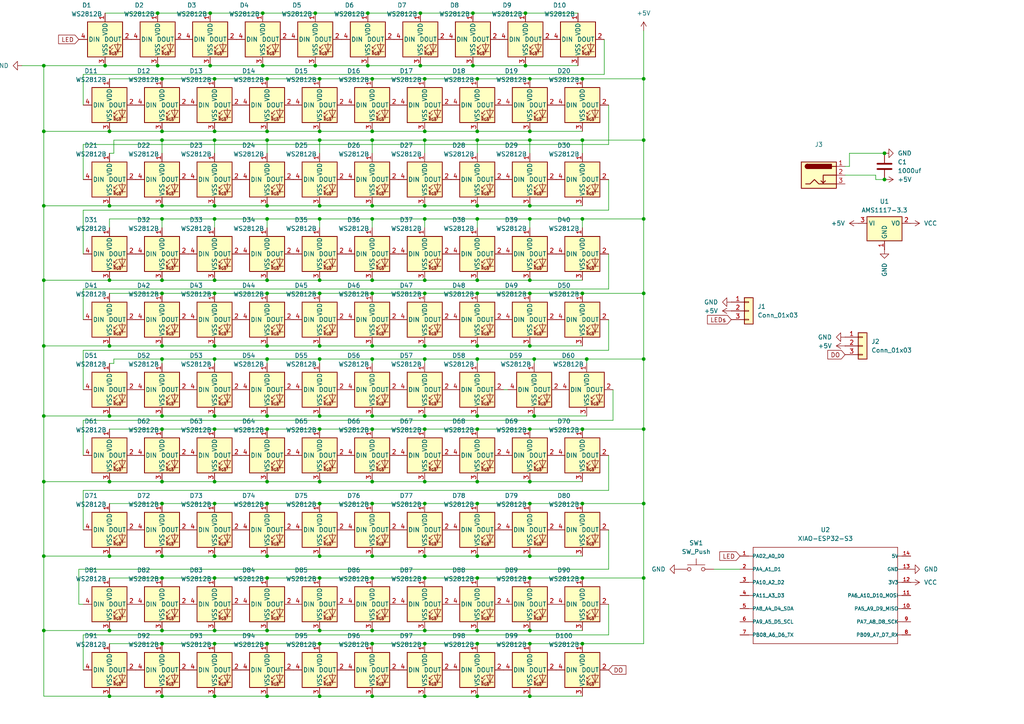
<source format=kicad_sch>
(kicad_sch (version 20250114) (generator "eeschema") (generator_version "9.0")
  (paper "A4")
  (junction (at 107.95 146.05))
  (junction (at 77.47 38.1))
  (junction (at 152.4 19.05))
  (junction (at 107.95 124.46))
  (junction (at 153.67 146.05))
  (junction (at 46.99 22.86))
  (junction (at 62.23 81.28))
  (junction (at 31.75 38.1))
  (junction (at 46.99 81.28))
  (junction (at 77.47 161.29))
  (junction (at 256.54 44.45))
  (junction (at 62.23 120.65))
  (junction (at 107.95 104.14))
  (junction (at 77.47 104.14))
  (junction (at 12.7 59.69))
  (junction (at 123.19 100.33))
  (junction (at 107.95 38.1))
  (junction (at 123.19 81.28))
  (junction (at 92.71 186.69))
  (junction (at 138.43 104.14))
  (junction (at 123.19 85.09))
  (junction (at 92.71 201.93))
  (junction (at 186.69 63.5))
  (junction (at 92.71 167.64))
  (junction (at 92.71 104.14))
  (junction (at 46.99 85.09))
  (junction (at 31.75 100.33))
  (junction (at 123.19 124.46))
  (junction (at 46.99 186.69))
  (junction (at 92.71 81.28))
  (junction (at 60.96 19.05))
  (junction (at 107.95 186.69))
  (junction (at 77.47 182.88))
  (junction (at 123.19 120.65))
  (junction (at 138.43 59.69))
  (junction (at 138.43 85.09))
  (junction (at 31.75 139.7))
  (junction (at 12.7 182.88))
  (junction (at 46.99 40.64))
  (junction (at 92.71 22.86))
  (junction (at 153.67 85.09))
  (junction (at 77.47 120.65))
  (junction (at 77.47 201.93))
  (junction (at 76.2 19.05))
  (junction (at 46.99 38.1))
  (junction (at 92.71 146.05))
  (junction (at 62.23 167.64))
  (junction (at 168.91 40.64))
  (junction (at 92.71 40.64))
  (junction (at 123.19 161.29))
  (junction (at 138.43 167.64))
  (junction (at 138.43 40.64))
  (junction (at 153.67 139.7))
  (junction (at 62.23 22.86))
  (junction (at 138.43 186.69))
  (junction (at 46.99 120.65))
  (junction (at 123.19 38.1))
  (junction (at 62.23 104.14))
  (junction (at 186.69 124.46))
  (junction (at 138.43 161.29))
  (junction (at 62.23 161.29))
  (junction (at 62.23 146.05))
  (junction (at 123.19 22.86))
  (junction (at 138.43 124.46))
  (junction (at 77.47 124.46))
  (junction (at 12.7 81.28))
  (junction (at 46.99 104.14))
  (junction (at 30.48 19.05))
  (junction (at 107.95 100.33))
  (junction (at 107.95 59.69))
  (junction (at 46.99 100.33))
  (junction (at 186.69 22.86))
  (junction (at 106.68 3.81))
  (junction (at 46.99 182.88))
  (junction (at 92.71 120.65))
  (junction (at 138.43 38.1))
  (junction (at 12.7 120.65))
  (junction (at 256.54 52.07))
  (junction (at 138.43 201.93))
  (junction (at 77.47 59.69))
  (junction (at 62.23 85.09))
  (junction (at 77.47 139.7))
  (junction (at 123.19 59.69))
  (junction (at 153.67 40.64))
  (junction (at 168.91 146.05))
  (junction (at 186.69 40.64))
  (junction (at 62.23 186.69))
  (junction (at 168.91 186.69))
  (junction (at 153.67 100.33))
  (junction (at 186.69 104.14))
  (junction (at 107.95 22.86))
  (junction (at 138.43 100.33))
  (junction (at 138.43 63.5))
  (junction (at 62.23 100.33))
  (junction (at 107.95 40.64))
  (junction (at 92.71 85.09))
  (junction (at 62.23 38.1))
  (junction (at 152.4 3.81))
  (junction (at 138.43 182.88))
  (junction (at 92.71 182.88))
  (junction (at 186.69 146.05))
  (junction (at 45.72 19.05))
  (junction (at 123.19 201.93))
  (junction (at 31.75 120.65))
  (junction (at 153.67 63.5))
  (junction (at 170.18 104.14))
  (junction (at 107.95 167.64))
  (junction (at 137.16 19.05))
  (junction (at 186.69 167.64))
  (junction (at 153.67 186.69))
  (junction (at 46.99 59.69))
  (junction (at 107.95 182.88))
  (junction (at 153.67 59.69))
  (junction (at 77.47 22.86))
  (junction (at 107.95 139.7))
  (junction (at 91.44 19.05))
  (junction (at 138.43 139.7))
  (junction (at 154.94 104.14))
  (junction (at 123.19 139.7))
  (junction (at 62.23 63.5))
  (junction (at 92.71 38.1))
  (junction (at 62.23 59.69))
  (junction (at 46.99 161.29))
  (junction (at 106.68 19.05))
  (junction (at 12.7 38.1))
  (junction (at 77.47 40.64))
  (junction (at 107.95 120.65))
  (junction (at 77.47 81.28))
  (junction (at 168.91 124.46))
  (junction (at 123.19 167.64))
  (junction (at 92.71 59.69))
  (junction (at 123.19 63.5))
  (junction (at 123.19 104.14))
  (junction (at 91.44 3.81))
  (junction (at 12.7 161.29))
  (junction (at 46.99 201.93))
  (junction (at 12.7 139.7))
  (junction (at 138.43 22.86))
  (junction (at 62.23 40.64))
  (junction (at 31.75 182.88))
  (junction (at 121.92 19.05))
  (junction (at 137.16 3.81))
  (junction (at 31.75 59.69))
  (junction (at 121.92 3.81))
  (junction (at 123.19 40.64))
  (junction (at 138.43 81.28))
  (junction (at 77.47 186.69))
  (junction (at 138.43 146.05))
  (junction (at 153.67 182.88))
  (junction (at 12.7 19.05))
  (junction (at 62.23 124.46))
  (junction (at 60.96 3.81))
  (junction (at 77.47 167.64))
  (junction (at 168.91 167.64))
  (junction (at 76.2 3.81))
  (junction (at 123.19 146.05))
  (junction (at 46.99 139.7))
  (junction (at 77.47 85.09))
  (junction (at 123.19 186.69))
  (junction (at 153.67 124.46))
  (junction (at 92.71 161.29))
  (junction (at 138.43 120.65))
  (junction (at 153.67 81.28))
  (junction (at 153.67 38.1))
  (junction (at 123.19 182.88))
  (junction (at 62.23 182.88))
  (junction (at 92.71 100.33))
  (junction (at 31.75 81.28))
  (junction (at 92.71 139.7))
  (junction (at 153.67 161.29))
  (junction (at 154.94 120.65))
  (junction (at 107.95 81.28))
  (junction (at 92.71 63.5))
  (junction (at 168.91 85.09))
  (junction (at 77.47 63.5))
  (junction (at 186.69 85.09))
  (junction (at 168.91 22.86))
  (junction (at 46.99 167.64))
  (junction (at 62.23 139.7))
  (junction (at 107.95 85.09))
  (junction (at 12.7 100.33))
  (junction (at 46.99 146.05))
  (junction (at 77.47 100.33))
  (junction (at 62.23 201.93))
  (junction (at 153.67 167.64))
  (junction (at 46.99 63.5))
  (junction (at 107.95 201.93))
  (junction (at 77.47 146.05))
  (junction (at 153.67 22.86))
  (junction (at 46.99 124.46))
  (junction (at 31.75 161.29))
  (junction (at 31.75 201.93))
  (junction (at 45.72 3.81))
  (junction (at 153.67 201.93))
  (junction (at 107.95 161.29))
  (junction (at 92.71 124.46))
  (junction (at 168.91 63.5))
  (junction (at 107.95 63.5))
  (wire (pts (xy 138.43 161.29) (xy 153.67 161.29)))
  (wire (pts (xy 30.48 3.81) (xy 45.72 3.81)))
  (wire (pts (xy 77.47 100.33) (xy 92.71 100.33)))
  (wire (pts (xy 46.99 124.46) (xy 62.23 124.46)))
  (wire (pts (xy 186.69 167.64) (xy 186.69 186.69)))
  (wire (pts (xy 176.53 73.66) (xy 176.53 83.82)))
  (wire (pts (xy 31.75 85.09) (xy 46.99 85.09)))
  (wire (pts (xy 153.67 38.1) (xy 168.91 38.1)))
  (wire (pts (xy 168.91 63.5) (xy 168.91 66.04)))
  (wire (pts (xy 168.91 167.64) (xy 186.69 167.64)))
  (wire (pts (xy 92.71 186.69) (xy 107.95 186.69)))
  (wire (pts (xy 24.13 142.24) (xy 24.13 153.67)))
  (wire (pts (xy 12.7 161.29) (xy 12.7 182.88)))
  (wire (pts (xy 138.43 124.46) (xy 153.67 124.46)))
  (wire (pts (xy 62.23 182.88) (xy 77.47 182.88)))
  (wire (pts (xy 168.91 40.64) (xy 186.69 40.64)))
  (wire (pts (xy 31.75 100.33) (xy 46.99 100.33)))
  (wire (pts (xy 153.67 40.64) (xy 168.91 40.64)))
  (wire (pts (xy 92.71 161.29) (xy 107.95 161.29)))
  (wire (pts (xy 176.53 60.96) (xy 176.53 52.07)))
  (wire (pts (xy 245.11 50.8) (xy 254 50.8)))
  (wire (pts (xy 92.71 59.69) (xy 77.47 59.69)))
  (wire (pts (xy 123.19 186.69) (xy 138.43 186.69)))
  (wire (pts (xy 77.47 81.28) (xy 62.23 81.28)))
  (wire (pts (xy 62.23 40.64) (xy 77.47 40.64)))
  (wire (pts (xy 176.53 41.91) (xy 24.13 41.91)))
  (wire (pts (xy 107.95 167.64) (xy 123.19 167.64)))
  (wire (pts (xy 77.47 66.04) (xy 77.47 63.5)))
  (wire (pts (xy 106.68 19.05) (xy 91.44 19.05)))
  (wire (pts (xy 62.23 105.41) (xy 62.23 104.14)))
  (wire (pts (xy 168.91 40.64) (xy 168.91 44.45)))
  (wire (pts (xy 31.75 186.69) (xy 46.99 186.69)))
  (wire (pts (xy 92.71 81.28) (xy 77.47 81.28)))
  (wire (pts (xy 170.18 104.14) (xy 186.69 104.14)))
  (wire (pts (xy 60.96 3.81) (xy 76.2 3.81)))
  (wire (pts (xy 46.99 59.69) (xy 31.75 59.69)))
  (wire (pts (xy 123.19 120.65) (xy 138.43 120.65)))
  (wire (pts (xy 77.47 44.45) (xy 77.47 40.64)))
  (wire (pts (xy 186.69 8.89) (xy 186.69 22.86)))
  (wire (pts (xy 176.53 101.6) (xy 24.13 101.6)))
  (wire (pts (xy 46.99 38.1) (xy 31.75 38.1)))
  (wire (pts (xy 168.91 22.86) (xy 186.69 22.86)))
  (wire (pts (xy 45.72 19.05) (xy 30.48 19.05)))
  (wire (pts (xy 77.47 124.46) (xy 92.71 124.46)))
  (wire (pts (xy 77.47 201.93) (xy 92.71 201.93)))
  (wire (pts (xy 121.92 3.81) (xy 137.16 3.81)))
  (wire (pts (xy 12.7 59.69) (xy 12.7 81.28)))
  (wire (pts (xy 138.43 40.64) (xy 138.43 44.45)))
  (wire (pts (xy 77.47 38.1) (xy 62.23 38.1)))
  (wire (pts (xy 107.95 38.1) (xy 123.19 38.1)))
  (wire (pts (xy 153.67 100.33) (xy 168.91 100.33)))
  (wire (pts (xy 33.02 40.64) (xy 46.99 40.64)))
  (wire (pts (xy 176.53 184.15) (xy 24.13 184.15)))
  (wire (pts (xy 138.43 100.33) (xy 153.67 100.33)))
  (wire (pts (xy 107.95 124.46) (xy 123.19 124.46)))
  (wire (pts (xy 138.43 120.65) (xy 154.94 120.65)))
  (wire (pts (xy 24.13 60.96) (xy 24.13 73.66)))
  (wire (pts (xy 92.71 100.33) (xy 107.95 100.33)))
  (wire (pts (xy 46.99 22.86) (xy 62.23 22.86)))
  (wire (pts (xy 107.95 22.86) (xy 123.19 22.86)))
  (wire (pts (xy 77.47 40.64) (xy 92.71 40.64)))
  (wire (pts (xy 92.71 104.14) (xy 107.95 104.14)))
  (wire (pts (xy 123.19 104.14) (xy 138.43 104.14)))
  (wire (pts (xy 62.23 59.69) (xy 46.99 59.69)))
  (wire (pts (xy 62.23 146.05) (xy 77.47 146.05)))
  (wire (pts (xy 123.19 63.5) (xy 123.19 66.04)))
  (wire (pts (xy 153.67 201.93) (xy 168.91 201.93)))
  (wire (pts (xy 46.99 44.45) (xy 46.99 40.64)))
  (wire (pts (xy 62.23 139.7) (xy 77.47 139.7)))
  (wire (pts (xy 76.2 3.81) (xy 91.44 3.81)))
  (wire (pts (xy 176.53 142.24) (xy 24.13 142.24)))
  (wire (pts (xy 77.47 182.88) (xy 92.71 182.88)))
  (wire (pts (xy 62.23 22.86) (xy 77.47 22.86)))
  (wire (pts (xy 123.19 63.5) (xy 138.43 63.5)))
  (wire (pts (xy 107.95 38.1) (xy 92.71 38.1)))
  (wire (pts (xy 46.99 182.88) (xy 62.23 182.88)))
  (wire (pts (xy 92.71 146.05) (xy 107.95 146.05)))
  (wire (pts (xy 175.26 21.59) (xy 24.13 21.59)))
  (wire (pts (xy 138.43 38.1) (xy 153.67 38.1)))
  (wire (pts (xy 153.67 81.28) (xy 168.91 81.28)))
  (wire (pts (xy 107.95 85.09) (xy 123.19 85.09)))
  (wire (pts (xy 107.95 59.69) (xy 123.19 59.69)))
  (wire (pts (xy 107.95 186.69) (xy 123.19 186.69)))
  (wire (pts (xy 22.86 165.1) (xy 22.86 175.26)))
  (wire (pts (xy 107.95 81.28) (xy 123.19 81.28)))
  (wire (pts (xy 138.43 81.28) (xy 153.67 81.28)))
  (wire (pts (xy 152.4 19.05) (xy 167.64 19.05)))
  (wire (pts (xy 46.99 85.09) (xy 62.23 85.09)))
  (wire (pts (xy 31.75 22.86) (xy 46.99 22.86)))
  (wire (pts (xy 123.19 124.46) (xy 138.43 124.46)))
  (wire (pts (xy 186.69 186.69) (xy 168.91 186.69)))
  (wire (pts (xy 153.67 146.05) (xy 168.91 146.05)))
  (wire (pts (xy 77.47 63.5) (xy 92.71 63.5)))
  (wire (pts (xy 12.7 120.65) (xy 12.7 139.7)))
  (wire (pts (xy 62.23 124.46) (xy 77.47 124.46)))
  (wire (pts (xy 138.43 104.14) (xy 154.94 104.14)))
  (wire (pts (xy 62.23 44.45) (xy 62.23 40.64)))
  (wire (pts (xy 92.71 40.64) (xy 107.95 40.64)))
  (wire (pts (xy 62.23 100.33) (xy 77.47 100.33)))
  (wire (pts (xy 153.67 167.64) (xy 168.91 167.64)))
  (wire (pts (xy 31.75 120.65) (xy 12.7 120.65)))
  (wire (pts (xy 138.43 201.93) (xy 153.67 201.93)))
  (wire (pts (xy 12.7 182.88) (xy 12.7 201.93)))
  (wire (pts (xy 123.19 201.93) (xy 138.43 201.93)))
  (wire (pts (xy 175.26 11.43) (xy 175.26 21.59)))
  (wire (pts (xy 92.71 139.7) (xy 107.95 139.7)))
  (wire (pts (xy 77.47 104.14) (xy 92.71 104.14)))
  (wire (pts (xy 62.23 85.09) (xy 77.47 85.09)))
  (wire (pts (xy 107.95 100.33) (xy 123.19 100.33)))
  (wire (pts (xy 154.94 105.41) (xy 154.94 104.14)))
  (wire (pts (xy 92.71 85.09) (xy 107.95 85.09)))
  (wire (pts (xy 12.7 182.88) (xy 31.75 182.88)))
  (wire (pts (xy 12.7 201.93) (xy 31.75 201.93)))
  (wire (pts (xy 154.94 104.14) (xy 170.18 104.14)))
  (wire (pts (xy 106.68 19.05) (xy 121.92 19.05)))
  (wire (pts (xy 177.8 113.03) (xy 177.8 121.92)))
  (wire (pts (xy 31.75 81.28) (xy 12.7 81.28)))
  (wire (pts (xy 153.67 85.09) (xy 168.91 85.09)))
  (wire (pts (xy 31.75 66.04) (xy 31.75 63.5)))
  (wire (pts (xy 147.32 113.03) (xy 146.05 113.03)))
  (wire (pts (xy 46.99 146.05) (xy 62.23 146.05)))
  (wire (pts (xy 186.69 104.14) (xy 186.69 124.46)))
  (wire (pts (xy 123.19 59.69) (xy 138.43 59.69)))
  (wire (pts (xy 176.53 132.08) (xy 176.53 142.24)))
  (wire (pts (xy 62.23 161.29) (xy 77.47 161.29)))
  (wire (pts (xy 62.23 104.14) (xy 77.47 104.14)))
  (wire (pts (xy 92.71 38.1) (xy 77.47 38.1)))
  (wire (pts (xy 153.67 63.5) (xy 168.91 63.5)))
  (wire (pts (xy 107.95 146.05) (xy 123.19 146.05)))
  (wire (pts (xy 186.69 63.5) (xy 186.69 85.09)))
  (wire (pts (xy 138.43 63.5) (xy 138.43 66.04)))
  (wire (pts (xy 46.99 100.33) (xy 62.23 100.33)))
  (wire (pts (xy 62.23 63.5) (xy 77.47 63.5)))
  (wire (pts (xy 46.99 139.7) (xy 62.23 139.7)))
  (wire (pts (xy 77.47 22.86) (xy 92.71 22.86)))
  (wire (pts (xy 30.48 19.05) (xy 12.7 19.05)))
  (wire (pts (xy 92.71 66.04) (xy 92.71 63.5)))
  (wire (pts (xy 33.02 105.41) (xy 33.02 104.14)))
  (wire (pts (xy 123.19 40.64) (xy 123.19 44.45)))
  (wire (pts (xy 176.53 83.82) (xy 24.13 83.82)))
  (wire (pts (xy 46.99 40.64) (xy 62.23 40.64)))
  (wire (pts (xy 92.71 124.46) (xy 107.95 124.46)))
  (wire (pts (xy 107.95 104.14) (xy 123.19 104.14)))
  (wire (pts (xy 12.7 100.33) (xy 12.7 120.65)))
  (wire (pts (xy 62.23 167.64) (xy 77.47 167.64)))
  (wire (pts (xy 186.69 146.05) (xy 186.69 167.64)))
  (wire (pts (xy 92.71 22.86) (xy 107.95 22.86)))
  (wire (pts (xy 123.19 146.05) (xy 138.43 146.05)))
  (wire (pts (xy 77.47 105.41) (xy 77.47 104.14)))
  (wire (pts (xy 6.35 19.05) (xy 12.7 19.05)))
  (wire (pts (xy 137.16 19.05) (xy 152.4 19.05)))
  (wire (pts (xy 138.43 85.09) (xy 153.67 85.09)))
  (wire (pts (xy 153.67 124.46) (xy 168.91 124.46)))
  (wire (pts (xy 138.43 139.7) (xy 153.67 139.7)))
  (wire (pts (xy 168.91 63.5) (xy 186.69 63.5)))
  (wire (pts (xy 76.2 19.05) (xy 60.96 19.05)))
  (wire (pts (xy 138.43 22.86) (xy 153.67 22.86)))
  (wire (pts (xy 123.19 38.1) (xy 138.43 38.1)))
  (wire (pts (xy 24.13 41.91) (xy 24.13 52.07)))
  (wire (pts (xy 153.67 186.69) (xy 168.91 186.69)))
  (wire (pts (xy 46.99 120.65) (xy 62.23 120.65)))
  (wire (pts (xy 31.75 63.5) (xy 46.99 63.5)))
  (wire (pts (xy 31.75 146.05) (xy 46.99 146.05)))
  (wire (pts (xy 31.75 139.7) (xy 46.99 139.7)))
  (wire (pts (xy 77.47 167.64) (xy 92.71 167.64)))
  (wire (pts (xy 91.44 19.05) (xy 76.2 19.05)))
  (wire (pts (xy 123.19 105.41) (xy 123.19 104.14)))
  (wire (pts (xy 153.67 139.7) (xy 168.91 139.7)))
  (wire (pts (xy 186.69 22.86) (xy 186.69 40.64)))
  (wire (pts (xy 31.75 161.29) (xy 46.99 161.29)))
  (wire (pts (xy 153.67 182.88) (xy 168.91 182.88)))
  (wire (pts (xy 168.91 124.46) (xy 186.69 124.46)))
  (wire (pts (xy 77.47 85.09) (xy 92.71 85.09)))
  (wire (pts (xy 107.95 139.7) (xy 123.19 139.7)))
  (wire (pts (xy 107.95 182.88) (xy 123.19 182.88)))
  (wire (pts (xy 46.99 63.5) (xy 62.23 63.5)))
  (wire (pts (xy 46.99 167.64) (xy 62.23 167.64)))
  (wire (pts (xy 170.18 105.41) (xy 170.18 104.14)))
  (wire (pts (xy 138.43 146.05) (xy 153.67 146.05)))
  (wire (pts (xy 24.13 83.82) (xy 24.13 92.71)))
  (wire (pts (xy 12.7 139.7) (xy 31.75 139.7)))
  (wire (pts (xy 138.43 59.69) (xy 153.67 59.69)))
  (wire (pts (xy 186.69 85.09) (xy 186.69 104.14)))
  (wire (pts (xy 107.95 161.29) (xy 123.19 161.29)))
  (wire (pts (xy 60.96 19.05) (xy 45.72 19.05)))
  (wire (pts (xy 123.19 81.28) (xy 138.43 81.28)))
  (wire (pts (xy 107.95 59.69) (xy 92.71 59.69)))
  (wire (pts (xy 246.38 48.26) (xy 245.11 48.26)))
  (wire (pts (xy 246.38 48.26) (xy 246.38 44.45)))
  (wire (pts (xy 107.95 105.41) (xy 107.95 104.14)))
  (wire (pts (xy 254 50.8) (xy 254 52.07)))
  (wire (pts (xy 31.75 120.65) (xy 46.99 120.65)))
  (wire (pts (xy 77.47 59.69) (xy 62.23 59.69)))
  (wire (pts (xy 46.99 201.93) (xy 62.23 201.93)))
  (wire (pts (xy 168.91 146.05) (xy 186.69 146.05)))
  (wire (pts (xy 153.67 161.29) (xy 168.91 161.29)))
  (wire (pts (xy 137.16 3.81) (xy 152.4 3.81)))
  (wire (pts (xy 46.99 104.14) (xy 62.23 104.14)))
  (wire (pts (xy 176.53 153.67) (xy 176.53 165.1)))
  (wire (pts (xy 123.19 167.64) (xy 138.43 167.64)))
  (wire (pts (xy 123.19 100.33) (xy 138.43 100.33)))
  (wire (pts (xy 92.71 44.45) (xy 92.71 40.64)))
  (wire (pts (xy 123.19 22.86) (xy 138.43 22.86)))
  (wire (pts (xy 186.69 40.64) (xy 186.69 63.5)))
  (wire (pts (xy 24.13 21.59) (xy 24.13 30.48)))
  (wire (pts (xy 31.75 100.33) (xy 12.7 100.33)))
  (wire (pts (xy 207.01 165.1) (xy 214.63 165.1)))
  (wire (pts (xy 176.53 92.71) (xy 176.53 101.6)))
  (wire (pts (xy 77.47 146.05) (xy 92.71 146.05)))
  (wire (pts (xy 77.47 186.69) (xy 92.71 186.69)))
  (wire (pts (xy 77.47 120.65) (xy 92.71 120.65)))
  (wire (pts (xy 77.47 139.7) (xy 92.71 139.7)))
  (wire (pts (xy 31.75 105.41) (xy 33.02 105.41)))
  (wire (pts (xy 24.13 60.96) (xy 176.53 60.96)))
  (wire (pts (xy 46.99 66.04) (xy 46.99 63.5)))
  (wire (pts (xy 33.02 104.14) (xy 46.99 104.14)))
  (wire (pts (xy 12.7 161.29) (xy 31.75 161.29)))
  (wire (pts (xy 12.7 19.05) (xy 12.7 38.1)))
  (wire (pts (xy 12.7 81.28) (xy 12.7 100.33)))
  (wire (pts (xy 153.67 22.86) (xy 168.91 22.86)))
  (wire (pts (xy 62.23 38.1) (xy 46.99 38.1)))
  (wire (pts (xy 106.68 3.81) (xy 121.92 3.81)))
  (wire (pts (xy 31.75 38.1) (xy 12.7 38.1)))
  (wire (pts (xy 153.67 66.04) (xy 153.67 63.5)))
  (wire (pts (xy 31.75 124.46) (xy 46.99 124.46)))
  (wire (pts (xy 138.43 167.64) (xy 153.67 167.64)))
  (wire (pts (xy 92.71 63.5) (xy 107.95 63.5)))
  (wire (pts (xy 31.75 182.88) (xy 46.99 182.88)))
  (wire (pts (xy 138.43 105.41) (xy 138.43 104.14)))
  (wire (pts (xy 138.43 182.88) (xy 153.67 182.88)))
  (wire (pts (xy 107.95 201.93) (xy 123.19 201.93)))
  (wire (pts (xy 46.99 161.29) (xy 62.23 161.29)))
  (wire (pts (xy 12.7 139.7) (xy 12.7 161.29)))
  (wire (pts (xy 62.23 120.65) (xy 77.47 120.65)))
  (wire (pts (xy 107.95 40.64) (xy 123.19 40.64)))
  (wire (pts (xy 176.53 30.48) (xy 176.53 41.91)))
  (wire (pts (xy 152.4 3.81) (xy 167.64 3.81)))
  (wire (pts (xy 31.75 59.69) (xy 12.7 59.69)))
  (wire (pts (xy 31.75 167.64) (xy 46.99 167.64)))
  (wire (pts (xy 24.13 101.6) (xy 24.13 113.03)))
  (wire (pts (xy 121.92 19.05) (xy 137.16 19.05)))
  (wire (pts (xy 46.99 81.28) (xy 31.75 81.28)))
  (wire (pts (xy 92.71 167.64) (xy 107.95 167.64)))
  (wire (pts (xy 154.94 120.65) (xy 170.18 120.65)))
  (wire (pts (xy 186.69 124.46) (xy 186.69 146.05)))
  (wire (pts (xy 107.95 66.04) (xy 107.95 63.5)))
  (wire (pts (xy 62.23 186.69) (xy 77.47 186.69)))
  (wire (pts (xy 12.7 38.1) (xy 12.7 59.69)))
  (wire (pts (xy 123.19 139.7) (xy 138.43 139.7)))
  (wire (pts (xy 45.72 3.81) (xy 60.96 3.81)))
  (wire (pts (xy 92.71 201.93) (xy 107.95 201.93)))
  (wire (pts (xy 91.44 3.81) (xy 106.68 3.81)))
  (wire (pts (xy 107.95 63.5) (xy 123.19 63.5)))
  (wire (pts (xy 92.71 105.41) (xy 92.71 104.14)))
  (wire (pts (xy 107.95 120.65) (xy 123.19 120.65)))
  (wire (pts (xy 31.75 201.93) (xy 46.99 201.93)))
  (wire (pts (xy 24.13 184.15) (xy 24.13 194.31)))
  (wire (pts (xy 138.43 186.69) (xy 153.67 186.69)))
  (wire (pts (xy 33.02 44.45) (xy 33.02 40.64)))
  (wire (pts (xy 62.23 66.04) (xy 62.23 63.5)))
  (wire (pts (xy 168.91 85.09) (xy 186.69 85.09)))
  (wire (pts (xy 24.13 121.92) (xy 24.13 132.08)))
  (wire (pts (xy 246.38 44.45) (xy 256.54 44.45)))
  (wire (pts (xy 123.19 85.09) (xy 138.43 85.09)))
  (wire (pts (xy 153.67 40.64) (xy 153.67 44.45)))
  (wire (pts (xy 77.47 161.29) (xy 92.71 161.29)))
  (wire (pts (xy 22.86 175.26) (xy 24.13 175.26)))
  (wire (pts (xy 176.53 165.1) (xy 22.86 165.1)))
  (wire (pts (xy 254 52.07) (xy 256.54 52.07)))
  (wire (pts (xy 138.43 40.64) (xy 153.67 40.64)))
  (wire (pts (xy 46.99 186.69) (xy 62.23 186.69)))
  (wire (pts (xy 92.71 182.88) (xy 107.95 182.88)))
  (wire (pts (xy 123.19 182.88) (xy 138.43 182.88)))
  (wire (pts (xy 46.99 105.41) (xy 46.99 104.14)))
  (wire (pts (xy 92.71 120.65) (xy 107.95 120.65)))
  (wire (pts (xy 107.95 81.28) (xy 92.71 81.28)))
  (wire (pts (xy 177.8 121.92) (xy 24.13 121.92)))
  (wire (pts (xy 107.95 44.45) (xy 107.95 40.64)))
  (wire (pts (xy 153.67 59.69) (xy 168.91 59.69)))
  (wire (pts (xy 123.19 40.64) (xy 138.43 40.64)))
  (wire (pts (xy 62.23 81.28) (xy 46.99 81.28)))
  (wire (pts (xy 31.75 44.45) (xy 33.02 44.45)))
  (wire (pts (xy 62.23 201.93) (xy 77.47 201.93)))
  (wire (pts (xy 176.53 175.26) (xy 176.53 184.15)))
  (wire (pts (xy 123.19 161.29) (xy 138.43 161.29)))
  (wire (pts (xy 138.43 63.5) (xy 153.67 63.5)))
  (global_label "DO" (shape input) (at 245.11 102.87 180) (property "Intersheetrefs" "${INTERSHEET_REFS}" (effects (hide yes))))
  (global_label "DO" (shape input) (at 176.53 194.31 0) (property "Intersheetrefs" "${INTERSHEET_REFS}" (effects (hide yes))))
  (global_label "LED" (shape input) (at 214.63 161.29 180) (property "Intersheetrefs" "${INTERSHEET_REFS}" (effects (hide yes))))
  (global_label "LED" (shape input) (at 22.86 11.43 180) (property "Intersheetrefs" "${INTERSHEET_REFS}" (effects (hide yes))))
  (global_label "LEDs" (shape input) (at 212.09 92.71 180) (property "Intersheetrefs" "${INTERSHEET_REFS}" (effects (hide yes))))
  (symbol (lib_id "LED:WS2812B") (at 91.44 11.43 0) (unit 1)
    (property "Reference" "D5" (at 86.106 1.524 0))
    (property "Value" "WS2812B" (at 86.106 4.064 0))
    (property "Footprint" "LED_SMD:LED_WS2812B_PLCC4_5.0x5.0mm_P3.2mm" (effects (hide yes)))
    (property "Datasheet" "https://cdn-shop.adafruit.com/datasheets/WS2812B.pdf" (effects (hide yes)))
    (property "Description" "RGB LED with integrated controller" (effects (hide yes)))
  )
  (symbol (lib_id "LED:WS2812B") (at 152.4 11.43 0) (unit 1)
    (property "Reference" "D9" (at 147.066 1.524 0))
    (property "Value" "WS2812B" (at 147.066 4.064 0))
    (property "Footprint" "LED_SMD:LED_WS2812B_PLCC4_5.0x5.0mm_P3.2mm" (effects (hide yes)))
    (property "Datasheet" "https://cdn-shop.adafruit.com/datasheets/WS2812B.pdf" (effects (hide yes)))
    (property "Description" "RGB LED with integrated controller" (effects (hide yes)))
  )
  (symbol (lib_id "LED:WS2812B") (at 123.19 73.66 0) (unit 1)
    (property "Reference" "D37" (at 117.856 63.754 0))
    (property "Value" "WS2812B" (at 117.856 66.294 0))
    (property "Footprint" "LED_SMD:LED_WS2812B_PLCC4_5.0x5.0mm_P3.2mm" (effects (hide yes)))
    (property "Datasheet" "https://cdn-shop.adafruit.com/datasheets/WS2812B.pdf" (effects (hide yes)))
    (property "Description" "RGB LED with integrated controller" (effects (hide yes)))
  )
  (symbol (lib_id "LED:WS2812B") (at 77.47 194.31 0) (unit 1)
    (property "Reference" "D94" (at 72.136 184.404 0))
    (property "Value" "WS2812B" (at 72.136 186.944 0))
    (property "Footprint" "LED_SMD:LED_WS2812B_PLCC4_5.0x5.0mm_P3.2mm" (effects (hide yes)))
    (property "Datasheet" "https://cdn-shop.adafruit.com/datasheets/WS2812B.pdf" (effects (hide yes)))
    (property "Description" "RGB LED with integrated controller" (effects (hide yes)))
  )
  (symbol (lib_id "power:GND") (at 212.09 87.63 270) (unit 1)
    (property "Reference" "#PWR03" (effects (hide yes)))
    (property "Value" "GND" (at 208.28 87.6299 90) (effects (justify right)))
    (property "Description" "Power symbol creates a global label with name \"GND\" , ground" (effects (hide yes)))
  )
  (symbol (lib_id "LED:WS2812B") (at 123.19 30.48 0) (unit 1)
    (property "Reference" "D17" (at 117.856 20.574 0))
    (property "Value" "WS2812B" (at 117.856 23.114 0))
    (property "Footprint" "LED_SMD:LED_WS2812B_PLCC4_5.0x5.0mm_P3.2mm" (effects (hide yes)))
    (property "Datasheet" "https://cdn-shop.adafruit.com/datasheets/WS2812B.pdf" (effects (hide yes)))
    (property "Description" "RGB LED with integrated controller" (effects (hide yes)))
  )
  (symbol (lib_id "LED:WS2812B") (at 62.23 194.31 0) (unit 1)
    (property "Reference" "D93" (at 56.896 184.404 0))
    (property "Value" "WS2812B" (at 56.896 186.944 0))
    (property "Footprint" "LED_SMD:LED_WS2812B_PLCC4_5.0x5.0mm_P3.2mm" (effects (hide yes)))
    (property "Datasheet" "https://cdn-shop.adafruit.com/datasheets/WS2812B.pdf" (effects (hide yes)))
    (property "Description" "RGB LED with integrated controller" (effects (hide yes)))
  )
  (symbol (lib_id "LED:WS2812B") (at 123.19 153.67 0) (unit 1)
    (property "Reference" "D77" (at 117.856 143.764 0))
    (property "Value" "WS2812B" (at 117.856 146.304 0))
    (property "Footprint" "LED_SMD:LED_WS2812B_PLCC4_5.0x5.0mm_P3.2mm" (effects (hide yes)))
    (property "Datasheet" "https://cdn-shop.adafruit.com/datasheets/WS2812B.pdf" (effects (hide yes)))
    (property "Description" "RGB LED with integrated controller" (effects (hide yes)))
  )
  (symbol (lib_id "LED:WS2812B") (at 107.95 132.08 0) (unit 1)
    (property "Reference" "D66" (at 102.616 122.174 0))
    (property "Value" "WS2812B" (at 102.616 124.714 0))
    (property "Footprint" "LED_SMD:LED_WS2812B_PLCC4_5.0x5.0mm_P3.2mm" (effects (hide yes)))
    (property "Datasheet" "https://cdn-shop.adafruit.com/datasheets/WS2812B.pdf" (effects (hide yes)))
    (property "Description" "RGB LED with integrated controller" (effects (hide yes)))
  )
  (symbol (lib_id "LED:WS2812B") (at 138.43 113.03 0) (unit 1)
    (property "Reference" "D58" (at 133.096 103.124 0))
    (property "Value" "WS2812B" (at 133.096 105.664 0))
    (property "Footprint" "LED_SMD:LED_WS2812B_PLCC4_5.0x5.0mm_P3.2mm" (effects (hide yes)))
    (property "Datasheet" "https://cdn-shop.adafruit.com/datasheets/WS2812B.pdf" (effects (hide yes)))
    (property "Description" "RGB LED with integrated controller" (effects (hide yes)))
  )
  (symbol (lib_id "LED:WS2812B") (at 92.71 175.26 0) (unit 1)
    (property "Reference" "D85" (at 87.376 165.354 0))
    (property "Value" "WS2812B" (at 87.376 167.894 0))
    (property "Footprint" "LED_SMD:LED_WS2812B_PLCC4_5.0x5.0mm_P3.2mm" (effects (hide yes)))
    (property "Datasheet" "https://cdn-shop.adafruit.com/datasheets/WS2812B.pdf" (effects (hide yes)))
    (property "Description" "RGB LED with integrated controller" (effects (hide yes)))
  )
  (symbol (lib_id "LED:WS2812B") (at 107.95 153.67 0) (unit 1)
    (property "Reference" "D76" (at 102.616 143.764 0))
    (property "Value" "WS2812B" (at 102.616 146.304 0))
    (property "Footprint" "LED_SMD:LED_WS2812B_PLCC4_5.0x5.0mm_P3.2mm" (effects (hide yes)))
    (property "Datasheet" "https://cdn-shop.adafruit.com/datasheets/WS2812B.pdf" (effects (hide yes)))
    (property "Description" "RGB LED with integrated controller" (effects (hide yes)))
  )
  (symbol (lib_id "LED:WS2812B") (at 153.67 30.48 0) (unit 1)
    (property "Reference" "D19" (at 148.336 20.574 0))
    (property "Value" "WS2812B" (at 148.336 23.114 0))
    (property "Footprint" "LED_SMD:LED_WS2812B_PLCC4_5.0x5.0mm_P3.2mm" (effects (hide yes)))
    (property "Datasheet" "https://cdn-shop.adafruit.com/datasheets/WS2812B.pdf" (effects (hide yes)))
    (property "Description" "RGB LED with integrated controller" (effects (hide yes)))
  )
  (symbol (lib_id "LED:WS2812B") (at 107.95 30.48 0) (unit 1)
    (property "Reference" "D16" (at 102.616 20.574 0))
    (property "Value" "WS2812B" (at 102.616 23.114 0))
    (property "Footprint" "LED_SMD:LED_WS2812B_PLCC4_5.0x5.0mm_P3.2mm" (effects (hide yes)))
    (property "Datasheet" "https://cdn-shop.adafruit.com/datasheets/WS2812B.pdf" (effects (hide yes)))
    (property "Description" "RGB LED with integrated controller" (effects (hide yes)))
  )
  (symbol (lib_id "LED:WS2812B") (at 106.68 11.43 0) (unit 1)
    (property "Reference" "D6" (at 101.346 1.524 0))
    (property "Value" "WS2812B" (at 101.346 4.064 0))
    (property "Footprint" "LED_SMD:LED_WS2812B_PLCC4_5.0x5.0mm_P3.2mm" (effects (hide yes)))
    (property "Datasheet" "https://cdn-shop.adafruit.com/datasheets/WS2812B.pdf" (effects (hide yes)))
    (property "Description" "RGB LED with integrated controller" (effects (hide yes)))
  )
  (symbol (lib_id "LED:WS2812B") (at 31.75 73.66 0) (unit 1)
    (property "Reference" "D31" (at 26.416 63.754 0))
    (property "Value" "WS2812B" (at 26.416 66.294 0))
    (property "Footprint" "LED_SMD:LED_WS2812B_PLCC4_5.0x5.0mm_P3.2mm" (effects (hide yes)))
    (property "Datasheet" "https://cdn-shop.adafruit.com/datasheets/WS2812B.pdf" (effects (hide yes)))
    (property "Description" "RGB LED with integrated controller" (effects (hide yes)))
  )
  (symbol (lib_id "LED:WS2812B") (at 153.67 153.67 0) (unit 1)
    (property "Reference" "D79" (at 148.336 143.764 0))
    (property "Value" "WS2812B" (at 148.336 146.304 0))
    (property "Footprint" "LED_SMD:LED_WS2812B_PLCC4_5.0x5.0mm_P3.2mm" (effects (hide yes)))
    (property "Datasheet" "https://cdn-shop.adafruit.com/datasheets/WS2812B.pdf" (effects (hide yes)))
    (property "Description" "RGB LED with integrated controller" (effects (hide yes)))
  )
  (symbol (lib_id "LED:WS2812B") (at 107.95 194.31 0) (unit 1)
    (property "Reference" "D96" (at 102.616 184.404 0))
    (property "Value" "WS2812B" (at 102.616 186.944 0))
    (property "Footprint" "LED_SMD:LED_WS2812B_PLCC4_5.0x5.0mm_P3.2mm" (effects (hide yes)))
    (property "Datasheet" "https://cdn-shop.adafruit.com/datasheets/WS2812B.pdf" (effects (hide yes)))
    (property "Description" "RGB LED with integrated controller" (effects (hide yes)))
  )
  (symbol (lib_id "LED:WS2812B") (at 31.75 92.71 0) (unit 1)
    (property "Reference" "D41" (at 26.416 82.804 0))
    (property "Value" "WS2812B" (at 26.416 85.344 0))
    (property "Footprint" "LED_SMD:LED_WS2812B_PLCC4_5.0x5.0mm_P3.2mm" (effects (hide yes)))
    (property "Datasheet" "https://cdn-shop.adafruit.com/datasheets/WS2812B.pdf" (effects (hide yes)))
    (property "Description" "RGB LED with integrated controller" (effects (hide yes)))
  )
  (symbol (lib_id "LED:WS2812B") (at 107.95 175.26 0) (unit 1)
    (property "Reference" "D86" (at 102.616 165.354 0))
    (property "Value" "WS2812B" (at 102.616 167.894 0))
    (property "Footprint" "LED_SMD:LED_WS2812B_PLCC4_5.0x5.0mm_P3.2mm" (effects (hide yes)))
    (property "Datasheet" "https://cdn-shop.adafruit.com/datasheets/WS2812B.pdf" (effects (hide yes)))
    (property "Description" "RGB LED with integrated controller" (effects (hide yes)))
  )
  (symbol (lib_id "power:+5V") (at 245.11 100.33 90) (unit 1)
    (property "Reference" "#PWR016" (effects (hide yes)))
    (property "Value" "+5V" (at 241.3 100.3299 90) (effects (justify left)))
    (property "Description" "Power symbol creates a global label with name \"+5V\"" (effects (hide yes)))
  )
  (symbol (lib_id "LED:WS2812B") (at 62.23 92.71 0) (unit 1)
    (property "Reference" "D43" (at 56.896 82.804 0))
    (property "Value" "WS2812B" (at 56.896 85.344 0))
    (property "Footprint" "LED_SMD:LED_WS2812B_PLCC4_5.0x5.0mm_P3.2mm" (effects (hide yes)))
    (property "Datasheet" "https://cdn-shop.adafruit.com/datasheets/WS2812B.pdf" (effects (hide yes)))
    (property "Description" "RGB LED with integrated controller" (effects (hide yes)))
  )
  (symbol (lib_id "LED:WS2812B") (at 76.2 11.43 0) (unit 1)
    (property "Reference" "D4" (at 70.866 1.524 0))
    (property "Value" "WS2812B" (at 70.866 4.064 0))
    (property "Footprint" "LED_SMD:LED_WS2812B_PLCC4_5.0x5.0mm_P3.2mm" (effects (hide yes)))
    (property "Datasheet" "https://cdn-shop.adafruit.com/datasheets/WS2812B.pdf" (effects (hide yes)))
    (property "Description" "RGB LED with integrated controller" (effects (hide yes)))
  )
  (symbol (lib_id "Device:C") (at 256.54 48.26 0) (unit 1)
    (property "Reference" "C1" (at 260.35 46.9899 0) (effects (justify left)))
    (property "Value" "1000uf" (at 260.35 49.5299 0) (effects (justify left)))
    (property "Footprint" "Capacitor_SMD:C_0402_1005Metric" (effects (hide yes)))
    (property "Description" "Unpolarized capacitor" (effects (hide yes)))
  )
  (symbol (lib_id "LED:WS2812B") (at 137.16 11.43 0) (unit 1)
    (property "Reference" "D8" (at 131.826 1.524 0))
    (property "Value" "WS2812B" (at 131.826 4.064 0))
    (property "Footprint" "LED_SMD:LED_WS2812B_PLCC4_5.0x5.0mm_P3.2mm" (effects (hide yes)))
    (property "Datasheet" "https://cdn-shop.adafruit.com/datasheets/WS2812B.pdf" (effects (hide yes)))
    (property "Description" "RGB LED with integrated controller" (effects (hide yes)))
  )
  (symbol (lib_id "LED:WS2812B") (at 31.75 175.26 0) (unit 1)
    (property "Reference" "D81" (at 26.416 165.354 0))
    (property "Value" "WS2812B" (at 26.416 167.894 0))
    (property "Footprint" "LED_SMD:LED_WS2812B_PLCC4_5.0x5.0mm_P3.2mm" (effects (hide yes)))
    (property "Datasheet" "https://cdn-shop.adafruit.com/datasheets/WS2812B.pdf" (effects (hide yes)))
    (property "Description" "RGB LED with integrated controller" (effects (hide yes)))
  )
  (symbol (lib_id "LED:WS2812B") (at 62.23 30.48 0) (unit 1)
    (property "Reference" "D13" (at 56.896 20.574 0))
    (property "Value" "WS2812B" (at 56.896 23.114 0))
    (property "Footprint" "LED_SMD:LED_WS2812B_PLCC4_5.0x5.0mm_P3.2mm" (effects (hide yes)))
    (property "Datasheet" "https://cdn-shop.adafruit.com/datasheets/WS2812B.pdf" (effects (hide yes)))
    (property "Description" "RGB LED with integrated controller" (effects (hide yes)))
  )
  (symbol (lib_id "LED:WS2812B") (at 46.99 194.31 0) (unit 1)
    (property "Reference" "D92" (at 41.656 184.404 0))
    (property "Value" "WS2812B" (at 41.656 186.944 0))
    (property "Footprint" "LED_SMD:LED_WS2812B_PLCC4_5.0x5.0mm_P3.2mm" (effects (hide yes)))
    (property "Datasheet" "https://cdn-shop.adafruit.com/datasheets/WS2812B.pdf" (effects (hide yes)))
    (property "Description" "RGB LED with integrated controller" (effects (hide yes)))
  )
  (symbol (lib_id "LED:WS2812B") (at 138.43 194.31 0) (unit 1)
    (property "Reference" "D98" (at 133.096 184.404 0))
    (property "Value" "WS2812B" (at 133.096 186.944 0))
    (property "Footprint" "LED_SMD:LED_WS2812B_PLCC4_5.0x5.0mm_P3.2mm" (effects (hide yes)))
    (property "Datasheet" "https://cdn-shop.adafruit.com/datasheets/WS2812B.pdf" (effects (hide yes)))
    (property "Description" "RGB LED with integrated controller" (effects (hide yes)))
  )
  (symbol (lib_id "LED:WS2812B") (at 92.71 113.03 0) (unit 1)
    (property "Reference" "D55" (at 87.376 103.124 0))
    (property "Value" "WS2812B" (at 87.376 105.664 0))
    (property "Footprint" "LED_SMD:LED_WS2812B_PLCC4_5.0x5.0mm_P3.2mm" (effects (hide yes)))
    (property "Datasheet" "https://cdn-shop.adafruit.com/datasheets/WS2812B.pdf" (effects (hide yes)))
    (property "Description" "RGB LED with integrated controller" (effects (hide yes)))
  )
  (symbol (lib_id "LED:WS2812B") (at 168.91 30.48 0) (unit 1)
    (property "Reference" "D20" (at 163.576 20.574 0))
    (property "Value" "WS2812B" (at 163.576 23.114 0))
    (property "Footprint" "LED_SMD:LED_WS2812B_PLCC4_5.0x5.0mm_P3.2mm" (effects (hide yes)))
    (property "Datasheet" "https://cdn-shop.adafruit.com/datasheets/WS2812B.pdf" (effects (hide yes)))
    (property "Description" "RGB LED with integrated controller" (effects (hide yes)))
  )
  (symbol (lib_id "LED:WS2812B") (at 77.47 132.08 0) (unit 1)
    (property "Reference" "D64" (at 72.136 122.174 0))
    (property "Value" "WS2812B" (at 72.136 124.714 0))
    (property "Footprint" "LED_SMD:LED_WS2812B_PLCC4_5.0x5.0mm_P3.2mm" (effects (hide yes)))
    (property "Datasheet" "https://cdn-shop.adafruit.com/datasheets/WS2812B.pdf" (effects (hide yes)))
    (property "Description" "RGB LED with integrated controller" (effects (hide yes)))
  )
  (symbol (lib_id "LED:WS2812B") (at 123.19 175.26 0) (unit 1)
    (property "Reference" "D87" (at 117.856 165.354 0))
    (property "Value" "WS2812B" (at 117.856 167.894 0))
    (property "Footprint" "LED_SMD:LED_WS2812B_PLCC4_5.0x5.0mm_P3.2mm" (effects (hide yes)))
    (property "Datasheet" "https://cdn-shop.adafruit.com/datasheets/WS2812B.pdf" (effects (hide yes)))
    (property "Description" "RGB LED with integrated controller" (effects (hide yes)))
  )
  (symbol (lib_id "LED:WS2812B") (at 123.19 194.31 0) (unit 1)
    (property "Reference" "D97" (at 117.856 184.404 0))
    (property "Value" "WS2812B" (at 117.856 186.944 0))
    (property "Footprint" "LED_SMD:LED_WS2812B_PLCC4_5.0x5.0mm_P3.2mm" (effects (hide yes)))
    (property "Datasheet" "https://cdn-shop.adafruit.com/datasheets/WS2812B.pdf" (effects (hide yes)))
    (property "Description" "RGB LED with integrated controller" (effects (hide yes)))
  )
  (symbol (lib_id "Switch:SW_Push") (at 201.93 165.1 0) (unit 1)
    (property "Reference" "SW1" (at 201.93 157.48 0))
    (property "Value" "SW_Push" (at 201.93 160.02 0))
    (property "Footprint" "Button_Switch_Keyboard:SW_Cherry_MX_1.00u_PCB" (effects (hide yes)))
    (property "Description" "Push button switch, generic, two pins" (effects (hide yes)))
  )
  (symbol (lib_id "LED:WS2812B") (at 77.47 73.66 0) (unit 1)
    (property "Reference" "D34" (at 72.136 63.754 0))
    (property "Value" "WS2812B" (at 72.136 66.294 0))
    (property "Footprint" "LED_SMD:LED_WS2812B_PLCC4_5.0x5.0mm_P3.2mm" (effects (hide yes)))
    (property "Datasheet" "https://cdn-shop.adafruit.com/datasheets/WS2812B.pdf" (effects (hide yes)))
    (property "Description" "RGB LED with integrated controller" (effects (hide yes)))
  )
  (symbol (lib_id "LED:WS2812B") (at 138.43 52.07 0) (unit 1)
    (property "Reference" "D28" (at 133.096 42.164 0))
    (property "Value" "WS2812B" (at 133.096 44.704 0))
    (property "Footprint" "LED_SMD:LED_WS2812B_PLCC4_5.0x5.0mm_P3.2mm" (effects (hide yes)))
    (property "Datasheet" "https://cdn-shop.adafruit.com/datasheets/WS2812B.pdf" (effects (hide yes)))
    (property "Description" "RGB LED with integrated controller" (effects (hide yes)))
  )
  (symbol (lib_id "LED:WS2812B") (at 153.67 132.08 0) (unit 1)
    (property "Reference" "D69" (at 148.336 122.174 0))
    (property "Value" "WS2812B" (at 148.336 124.714 0))
    (property "Footprint" "LED_SMD:LED_WS2812B_PLCC4_5.0x5.0mm_P3.2mm" (effects (hide yes)))
    (property "Datasheet" "https://cdn-shop.adafruit.com/datasheets/WS2812B.pdf" (effects (hide yes)))
    (property "Description" "RGB LED with integrated controller" (effects (hide yes)))
  )
  (symbol (lib_id "LED:WS2812B") (at 123.19 92.71 0) (unit 1)
    (property "Reference" "D47" (at 117.856 82.804 0))
    (property "Value" "WS2812B" (at 117.856 85.344 0))
    (property "Footprint" "LED_SMD:LED_WS2812B_PLCC4_5.0x5.0mm_P3.2mm" (effects (hide yes)))
    (property "Datasheet" "https://cdn-shop.adafruit.com/datasheets/WS2812B.pdf" (effects (hide yes)))
    (property "Description" "RGB LED with integrated controller" (effects (hide yes)))
  )
  (symbol (lib_id "LED:WS2812B") (at 62.23 153.67 0) (unit 1)
    (property "Reference" "D73" (at 56.896 143.764 0))
    (property "Value" "WS2812B" (at 56.896 146.304 0))
    (property "Footprint" "LED_SMD:LED_WS2812B_PLCC4_5.0x5.0mm_P3.2mm" (effects (hide yes)))
    (property "Datasheet" "https://cdn-shop.adafruit.com/datasheets/WS2812B.pdf" (effects (hide yes)))
    (property "Description" "RGB LED with integrated controller" (effects (hide yes)))
  )
  (symbol (lib_id "LED:WS2812B") (at 168.91 194.31 0) (unit 1)
    (property "Reference" "D100" (at 163.576 184.404 0))
    (property "Value" "WS2812B" (at 163.576 186.944 0))
    (property "Footprint" "LED_SMD:LED_WS2812B_PLCC4_5.0x5.0mm_P3.2mm" (effects (hide yes)))
    (property "Datasheet" "https://cdn-shop.adafruit.com/datasheets/WS2812B.pdf" (effects (hide yes)))
    (property "Description" "RGB LED with integrated controller" (effects (hide yes)))
  )
  (symbol (lib_id "Connector_Generic:Conn_01x03") (at 217.17 90.17 0) (unit 1)
    (property "Reference" "J1" (at 219.71 88.8999 0) (effects (justify left)))
    (property "Value" "Conn_01x03" (at 219.71 91.4399 0) (effects (justify left)))
    (property "Footprint" "Connector_PinHeader_2.54mm:PinHeader_1x03_P2.54mm_Vertical" (effects (hide yes)))
    (property "Description" "Generic connector, single row, 01x03, script generated (kicad-library-utils/schlib/autogen/connector/)" (effects (hide yes)))
  )
  (symbol (lib_id "LED:WS2812B") (at 62.23 113.03 0) (unit 1)
    (property "Reference" "D53" (at 56.896 103.124 0))
    (property "Value" "WS2812B" (at 56.896 105.664 0))
    (property "Footprint" "LED_SMD:LED_WS2812B_PLCC4_5.0x5.0mm_P3.2mm" (effects (hide yes)))
    (property "Datasheet" "https://cdn-shop.adafruit.com/datasheets/WS2812B.pdf" (effects (hide yes)))
    (property "Description" "RGB LED with integrated controller" (effects (hide yes)))
  )
  (symbol (lib_id "LED:WS2812B") (at 92.71 153.67 0) (unit 1)
    (property "Reference" "D75" (at 87.376 143.764 0))
    (property "Value" "WS2812B" (at 87.376 146.304 0))
    (property "Footprint" "LED_SMD:LED_WS2812B_PLCC4_5.0x5.0mm_P3.2mm" (effects (hide yes)))
    (property "Datasheet" "https://cdn-shop.adafruit.com/datasheets/WS2812B.pdf" (effects (hide yes)))
    (property "Description" "RGB LED with integrated controller" (effects (hide yes)))
  )
  (symbol (lib_id "LED:WS2812B") (at 77.47 153.67 0) (unit 1)
    (property "Reference" "D74" (at 72.136 143.764 0))
    (property "Value" "WS2812B" (at 72.136 146.304 0))
    (property "Footprint" "LED_SMD:LED_WS2812B_PLCC4_5.0x5.0mm_P3.2mm" (effects (hide yes)))
    (property "Datasheet" "https://cdn-shop.adafruit.com/datasheets/WS2812B.pdf" (effects (hide yes)))
    (property "Description" "RGB LED with integrated controller" (effects (hide yes)))
  )
  (symbol (lib_id "LED:WS2812B") (at 168.91 153.67 0) (unit 1)
    (property "Reference" "D80" (at 163.576 143.764 0))
    (property "Value" "WS2812B" (at 163.576 146.304 0))
    (property "Footprint" "LED_SMD:LED_WS2812B_PLCC4_5.0x5.0mm_P3.2mm" (effects (hide yes)))
    (property "Datasheet" "https://cdn-shop.adafruit.com/datasheets/WS2812B.pdf" (effects (hide yes)))
    (property "Description" "RGB LED with integrated controller" (effects (hide yes)))
  )
  (symbol (lib_id "LED:WS2812B") (at 92.71 132.08 0) (unit 1)
    (property "Reference" "D65" (at 87.376 122.174 0))
    (property "Value" "WS2812B" (at 87.376 124.714 0))
    (property "Footprint" "LED_SMD:LED_WS2812B_PLCC4_5.0x5.0mm_P3.2mm" (effects (hide yes)))
    (property "Datasheet" "https://cdn-shop.adafruit.com/datasheets/WS2812B.pdf" (effects (hide yes)))
    (property "Description" "RGB LED with integrated controller" (effects (hide yes)))
  )
  (symbol (lib_id "LED:WS2812B") (at 153.67 92.71 0) (unit 1)
    (property "Reference" "D49" (at 148.336 82.804 0))
    (property "Value" "WS2812B" (at 148.336 85.344 0))
    (property "Footprint" "LED_SMD:LED_WS2812B_PLCC4_5.0x5.0mm_P3.2mm" (effects (hide yes)))
    (property "Datasheet" "https://cdn-shop.adafruit.com/datasheets/WS2812B.pdf" (effects (hide yes)))
    (property "Description" "RGB LED with integrated controller" (effects (hide yes)))
  )
  (symbol (lib_id "LED:WS2812B") (at 168.91 52.07 0) (unit 1)
    (property "Reference" "D30" (at 163.576 42.164 0))
    (property "Value" "WS2812B" (at 163.576 44.704 0))
    (property "Footprint" "LED_SMD:LED_WS2812B_PLCC4_5.0x5.0mm_P3.2mm" (effects (hide yes)))
    (property "Datasheet" "https://cdn-shop.adafruit.com/datasheets/WS2812B.pdf" (effects (hide yes)))
    (property "Description" "RGB LED with integrated controller" (effects (hide yes)))
  )
  (symbol (lib_id "LED:WS2812B") (at 31.75 30.48 0) (unit 1)
    (property "Reference" "D11" (at 26.416 20.574 0))
    (property "Value" "WS2812B" (at 26.416 23.114 0))
    (property "Footprint" "LED_SMD:LED_WS2812B_PLCC4_5.0x5.0mm_P3.2mm" (effects (hide yes)))
    (property "Datasheet" "https://cdn-shop.adafruit.com/datasheets/WS2812B.pdf" (effects (hide yes)))
    (property "Description" "RGB LED with integrated controller" (effects (hide yes)))
  )
  (symbol (lib_id "power:GND") (at 196.85 165.1 270) (mirror x) (unit 1)
    (property "Reference" "#PWR010" (effects (hide yes)))
    (property "Value" "GND" (at 193.04 165.1001 90) (effects (justify right)))
    (property "Description" "Power symbol creates a global label with name \"GND\" , ground" (effects (hide yes)))
  )
  (symbol (lib_id "LED:WS2812B") (at 107.95 113.03 0) (unit 1)
    (property "Reference" "D56" (at 102.616 103.124 0))
    (property "Value" "WS2812B" (at 102.616 105.664 0))
    (property "Footprint" "LED_SMD:LED_WS2812B_PLCC4_5.0x5.0mm_P3.2mm" (effects (hide yes)))
    (property "Datasheet" "https://cdn-shop.adafruit.com/datasheets/WS2812B.pdf" (effects (hide yes)))
    (property "Description" "RGB LED with integrated controller" (effects (hide yes)))
  )
  (symbol (lib_id "LED:WS2812B") (at 153.67 73.66 0) (unit 1)
    (property "Reference" "D39" (at 148.336 63.754 0))
    (property "Value" "WS2812B" (at 148.336 66.294 0))
    (property "Footprint" "LED_SMD:LED_WS2812B_PLCC4_5.0x5.0mm_P3.2mm" (effects (hide yes)))
    (property "Datasheet" "https://cdn-shop.adafruit.com/datasheets/WS2812B.pdf" (effects (hide yes)))
    (property "Description" "RGB LED with integrated controller" (effects (hide yes)))
  )
  (symbol (lib_id "LED:WS2812B") (at 138.43 132.08 0) (unit 1)
    (property "Reference" "D68" (at 133.096 122.174 0))
    (property "Value" "WS2812B" (at 133.096 124.714 0))
    (property "Footprint" "LED_SMD:LED_WS2812B_PLCC4_5.0x5.0mm_P3.2mm" (effects (hide yes)))
    (property "Datasheet" "https://cdn-shop.adafruit.com/datasheets/WS2812B.pdf" (effects (hide yes)))
    (property "Description" "RGB LED with integrated controller" (effects (hide yes)))
  )
  (symbol (lib_id "power:GND") (at 264.16 165.1 90) (mirror x) (unit 1)
    (property "Reference" "#PWR05" (effects (hide yes)))
    (property "Value" "GND" (at 267.97 165.0999 90) (effects (justify right)))
    (property "Description" "Power symbol creates a global label with name \"GND\" , ground" (effects (hide yes)))
  )
  (symbol (lib_id "power:+5V") (at 212.09 90.17 90) (unit 1)
    (property "Reference" "#PWR015" (effects (hide yes)))
    (property "Value" "+5V" (at 208.28 90.1699 90) (effects (justify left)))
    (property "Description" "Power symbol creates a global label with name \"+5V\"" (effects (hide yes)))
  )
  (symbol (lib_id "LED:WS2812B") (at 46.99 73.66 0) (unit 1)
    (property "Reference" "D32" (at 41.656 63.754 0))
    (property "Value" "WS2812B" (at 41.656 66.294 0))
    (property "Footprint" "LED_SMD:LED_WS2812B_PLCC4_5.0x5.0mm_P3.2mm" (effects (hide yes)))
    (property "Datasheet" "https://cdn-shop.adafruit.com/datasheets/WS2812B.pdf" (effects (hide yes)))
    (property "Description" "RGB LED with integrated controller" (effects (hide yes)))
  )
  (symbol (lib_id "LED:WS2812B") (at 123.19 52.07 0) (unit 1)
    (property "Reference" "D27" (at 117.856 42.164 0))
    (property "Value" "WS2812B" (at 117.856 44.704 0))
    (property "Footprint" "LED_SMD:LED_WS2812B_PLCC4_5.0x5.0mm_P3.2mm" (effects (hide yes)))
    (property "Datasheet" "https://cdn-shop.adafruit.com/datasheets/WS2812B.pdf" (effects (hide yes)))
    (property "Description" "RGB LED with integrated controller" (effects (hide yes)))
  )
  (symbol (lib_id "Connector_Generic:Conn_01x03") (at 250.19 100.33 0) (unit 1)
    (property "Reference" "J2" (at 252.73 99.0599 0) (effects (justify left)))
    (property "Value" "Conn_01x03" (at 252.73 101.5999 0) (effects (justify left)))
    (property "Footprint" "Connector_PinHeader_2.54mm:PinHeader_1x03_P2.54mm_Vertical" (effects (hide yes)))
    (property "Description" "Generic connector, single row, 01x03, script generated (kicad-library-utils/schlib/autogen/connector/)" (effects (hide yes)))
  )
  (symbol (lib_id "LED:WS2812B") (at 138.43 175.26 0) (unit 1)
    (property "Reference" "D88" (at 133.096 165.354 0))
    (property "Value" "WS2812B" (at 133.096 167.894 0))
    (property "Footprint" "LED_SMD:LED_WS2812B_PLCC4_5.0x5.0mm_P3.2mm" (effects (hide yes)))
    (property "Datasheet" "https://cdn-shop.adafruit.com/datasheets/WS2812B.pdf" (effects (hide yes)))
    (property "Description" "RGB LED with integrated controller" (effects (hide yes)))
  )
  (symbol (lib_id "LED:WS2812B") (at 123.19 132.08 0) (unit 1)
    (property "Reference" "D67" (at 117.856 122.174 0))
    (property "Value" "WS2812B" (at 117.856 124.714 0))
    (property "Footprint" "LED_SMD:LED_WS2812B_PLCC4_5.0x5.0mm_P3.2mm" (effects (hide yes)))
    (property "Datasheet" "https://cdn-shop.adafruit.com/datasheets/WS2812B.pdf" (effects (hide yes)))
    (property "Description" "RGB LED with integrated controller" (effects (hide yes)))
  )
  (symbol (lib_id "power:+5V") (at 248.92 64.77 90) (unit 1)
    (property "Reference" "#PWR013" (effects (hide yes)))
    (property "Value" "+5V" (at 245.11 64.7699 90) (effects (justify left)))
    (property "Description" "Power symbol creates a global label with name \"+5V\"" (effects (hide yes)))
  )
  (symbol (lib_id "power:VCC") (at 264.16 64.77 270) (unit 1)
    (property "Reference" "#PWR08" (effects (hide yes)))
    (property "Value" "VCC" (at 267.97 64.7699 90) (effects (justify left)))
    (property "Description" "Power symbol creates a global label with name \"VCC\"" (effects (hide yes)))
  )
  (symbol (lib_id "LED:WS2812B") (at 167.64 11.43 0) (unit 1)
    (property "Reference" "D10" (at 162.306 1.524 0))
    (property "Value" "WS2812B" (at 162.306 4.064 0))
    (property "Footprint" "LED_SMD:LED_WS2812B_PLCC4_5.0x5.0mm_P3.2mm" (effects (hide yes)))
    (property "Datasheet" "https://cdn-shop.adafruit.com/datasheets/WS2812B.pdf" (effects (hide yes)))
    (property "Description" "RGB LED with integrated controller" (effects (hide yes)))
  )
  (symbol (lib_id "power:VCC") (at 264.16 168.91 270) (unit 1)
    (property "Reference" "#PWR06" (effects (hide yes)))
    (property "Value" "VCC" (at 267.97 168.9099 90) (effects (justify left)))
    (property "Description" "Power symbol creates a global label with name \"VCC\"" (effects (hide yes)))
  )
  (symbol (lib_id "LED:WS2812B") (at 92.71 30.48 0) (unit 1)
    (property "Reference" "D15" (at 87.376 20.574 0))
    (property "Value" "WS2812B" (at 87.376 23.114 0))
    (property "Footprint" "LED_SMD:LED_WS2812B_PLCC4_5.0x5.0mm_P3.2mm" (effects (hide yes)))
    (property "Datasheet" "https://cdn-shop.adafruit.com/datasheets/WS2812B.pdf" (effects (hide yes)))
    (property "Description" "RGB LED with integrated controller" (effects (hide yes)))
  )
  (symbol (lib_id "LED:WS2812B") (at 62.23 73.66 0) (unit 1)
    (property "Reference" "D33" (at 56.896 63.754 0))
    (property "Value" "WS2812B" (at 56.896 66.294 0))
    (property "Footprint" "LED_SMD:LED_WS2812B_PLCC4_5.0x5.0mm_P3.2mm" (effects (hide yes)))
    (property "Datasheet" "https://cdn-shop.adafruit.com/datasheets/WS2812B.pdf" (effects (hide yes)))
    (property "Description" "RGB LED with integrated controller" (effects (hide yes)))
  )
  (symbol (lib_id "LED:WS2812B") (at 92.71 52.07 0) (unit 1)
    (property "Reference" "D25" (at 87.376 42.164 0))
    (property "Value" "WS2812B" (at 87.376 44.704 0))
    (property "Footprint" "LED_SMD:LED_WS2812B_PLCC4_5.0x5.0mm_P3.2mm" (effects (hide yes)))
    (property "Datasheet" "https://cdn-shop.adafruit.com/datasheets/WS2812B.pdf" (effects (hide yes)))
    (property "Description" "RGB LED with integrated controller" (effects (hide yes)))
  )
  (symbol (lib_id "LED:WS2812B") (at 46.99 175.26 0) (unit 1)
    (property "Reference" "D82" (at 41.656 165.354 0))
    (property "Value" "WS2812B" (at 41.656 167.894 0))
    (property "Footprint" "LED_SMD:LED_WS2812B_PLCC4_5.0x5.0mm_P3.2mm" (effects (hide yes)))
    (property "Datasheet" "https://cdn-shop.adafruit.com/datasheets/WS2812B.pdf" (effects (hide yes)))
    (property "Description" "RGB LED with integrated controller" (effects (hide yes)))
  )
  (symbol (lib_id "LED:WS2812B") (at 168.91 175.26 0) (unit 1)
    (property "Reference" "D90" (at 163.576 165.354 0))
    (property "Value" "WS2812B" (at 163.576 167.894 0))
    (property "Footprint" "LED_SMD:LED_WS2812B_PLCC4_5.0x5.0mm_P3.2mm" (effects (hide yes)))
    (property "Datasheet" "https://cdn-shop.adafruit.com/datasheets/WS2812B.pdf" (effects (hide yes)))
    (property "Description" "RGB LED with integrated controller" (effects (hide yes)))
  )
  (symbol (lib_id "LED:WS2812B") (at 138.43 73.66 0) (unit 1)
    (property "Reference" "D38" (at 133.096 63.754 0))
    (property "Value" "WS2812B" (at 133.096 66.294 0))
    (property "Footprint" "LED_SMD:LED_WS2812B_PLCC4_5.0x5.0mm_P3.2mm" (effects (hide yes)))
    (property "Datasheet" "https://cdn-shop.adafruit.com/datasheets/WS2812B.pdf" (effects (hide yes)))
    (property "Description" "RGB LED with integrated controller" (effects (hide yes)))
  )
  (symbol (lib_id "LED:WS2812B") (at 46.99 30.48 0) (unit 1)
    (property "Reference" "D12" (at 41.656 20.574 0))
    (property "Value" "WS2812B" (at 41.656 23.114 0))
    (property "Footprint" "LED_SMD:LED_WS2812B_PLCC4_5.0x5.0mm_P3.2mm" (effects (hide yes)))
    (property "Datasheet" "https://cdn-shop.adafruit.com/datasheets/WS2812B.pdf" (effects (hide yes)))
    (property "Description" "RGB LED with integrated controller" (effects (hide yes)))
  )
  (symbol (lib_id "LED:WS2812B") (at 138.43 92.71 0) (unit 1)
    (property "Reference" "D48" (at 133.096 82.804 0))
    (property "Value" "WS2812B" (at 133.096 85.344 0))
    (property "Footprint" "LED_SMD:LED_WS2812B_PLCC4_5.0x5.0mm_P3.2mm" (effects (hide yes)))
    (property "Datasheet" "https://cdn-shop.adafruit.com/datasheets/WS2812B.pdf" (effects (hide yes)))
    (property "Description" "RGB LED with integrated controller" (effects (hide yes)))
  )
  (symbol (lib_id "LED:WS2812B") (at 46.99 153.67 0) (unit 1)
    (property "Reference" "D72" (at 41.656 143.764 0))
    (property "Value" "WS2812B" (at 41.656 146.304 0))
    (property "Footprint" "LED_SMD:LED_WS2812B_PLCC4_5.0x5.0mm_P3.2mm" (effects (hide yes)))
    (property "Datasheet" "https://cdn-shop.adafruit.com/datasheets/WS2812B.pdf" (effects (hide yes)))
    (property "Description" "RGB LED with integrated controller" (effects (hide yes)))
  )
  (symbol (lib_id "LED:WS2812B") (at 31.75 52.07 0) (unit 1)
    (property "Reference" "D21" (at 26.416 42.164 0))
    (property "Value" "WS2812B" (at 26.416 44.704 0))
    (property "Footprint" "LED_SMD:LED_WS2812B_PLCC4_5.0x5.0mm_P3.2mm" (effects (hide yes)))
    (property "Datasheet" "https://cdn-shop.adafruit.com/datasheets/WS2812B.pdf" (effects (hide yes)))
    (property "Description" "RGB LED with integrated controller" (effects (hide yes)))
  )
  (symbol (lib_id "LED:WS2812B") (at 46.99 52.07 0) (unit 1)
    (property "Reference" "D22" (at 41.656 42.164 0))
    (property "Value" "WS2812B" (at 41.656 44.704 0))
    (property "Footprint" "LED_SMD:LED_WS2812B_PLCC4_5.0x5.0mm_P3.2mm" (effects (hide yes)))
    (property "Datasheet" "https://cdn-shop.adafruit.com/datasheets/WS2812B.pdf" (effects (hide yes)))
    (property "Description" "RGB LED with integrated controller" (effects (hide yes)))
  )
  (symbol (lib_id "LED:WS2812B") (at 77.47 52.07 0) (unit 1)
    (property "Reference" "D24" (at 72.136 42.164 0))
    (property "Value" "WS2812B" (at 72.136 44.704 0))
    (property "Footprint" "LED_SMD:LED_WS2812B_PLCC4_5.0x5.0mm_P3.2mm" (effects (hide yes)))
    (property "Datasheet" "https://cdn-shop.adafruit.com/datasheets/WS2812B.pdf" (effects (hide yes)))
    (property "Description" "RGB LED with integrated controller" (effects (hide yes)))
  )
  (symbol (lib_id "LED:WS2812B") (at 168.91 132.08 0) (unit 1)
    (property "Reference" "D70" (at 163.576 122.174 0))
    (property "Value" "WS2812B" (at 163.576 124.714 0))
    (property "Footprint" "LED_SMD:LED_WS2812B_PLCC4_5.0x5.0mm_P3.2mm" (effects (hide yes)))
    (property "Datasheet" "https://cdn-shop.adafruit.com/datasheets/WS2812B.pdf" (effects (hide yes)))
    (property "Description" "RGB LED with integrated controller" (effects (hide yes)))
  )
  (symbol (lib_id "LED:WS2812B") (at 107.95 52.07 0) (unit 1)
    (property "Reference" "D26" (at 102.616 42.164 0))
    (property "Value" "WS2812B" (at 102.616 44.704 0))
    (property "Footprint" "LED_SMD:LED_WS2812B_PLCC4_5.0x5.0mm_P3.2mm" (effects (hide yes)))
    (property "Datasheet" "https://cdn-shop.adafruit.com/datasheets/WS2812B.pdf" (effects (hide yes)))
    (property "Description" "RGB LED with integrated controller" (effects (hide yes)))
  )
  (symbol (lib_id "LED:WS2812B") (at 168.91 92.71 0) (unit 1)
    (property "Reference" "D50" (at 163.576 82.804 0))
    (property "Value" "WS2812B" (at 163.576 85.344 0))
    (property "Footprint" "LED_SMD:LED_WS2812B_PLCC4_5.0x5.0mm_P3.2mm" (effects (hide yes)))
    (property "Datasheet" "https://cdn-shop.adafruit.com/datasheets/WS2812B.pdf" (effects (hide yes)))
    (property "Description" "RGB LED with integrated controller" (effects (hide yes)))
  )
  (symbol (lib_id "LED:WS2812B") (at 138.43 30.48 0) (unit 1)
    (property "Reference" "D18" (at 133.096 20.574 0))
    (property "Value" "WS2812B" (at 133.096 23.114 0))
    (property "Footprint" "LED_SMD:LED_WS2812B_PLCC4_5.0x5.0mm_P3.2mm" (effects (hide yes)))
    (property "Datasheet" "https://cdn-shop.adafruit.com/datasheets/WS2812B.pdf" (effects (hide yes)))
    (property "Description" "RGB LED with integrated controller" (effects (hide yes)))
  )
  (symbol (lib_id "LED:WS2812B") (at 168.91 73.66 0) (unit 1)
    (property "Reference" "D40" (at 163.576 63.754 0))
    (property "Value" "WS2812B" (at 163.576 66.294 0))
    (property "Footprint" "LED_SMD:LED_WS2812B_PLCC4_5.0x5.0mm_P3.2mm" (effects (hide yes)))
    (property "Datasheet" "https://cdn-shop.adafruit.com/datasheets/WS2812B.pdf" (effects (hide yes)))
    (property "Description" "RGB LED with integrated controller" (effects (hide yes)))
  )
  (symbol (lib_id "LED:WS2812B") (at 31.75 153.67 0) (unit 1)
    (property "Reference" "D71" (at 26.416 143.764 0))
    (property "Value" "WS2812B" (at 26.416 146.304 0))
    (property "Footprint" "LED_SMD:LED_WS2812B_PLCC4_5.0x5.0mm_P3.2mm" (effects (hide yes)))
    (property "Datasheet" "https://cdn-shop.adafruit.com/datasheets/WS2812B.pdf" (effects (hide yes)))
    (property "Description" "RGB LED with integrated controller" (effects (hide yes)))
  )
  (symbol (lib_id "LED:WS2812B") (at 77.47 175.26 0) (unit 1)
    (property "Reference" "D84" (at 72.136 165.354 0))
    (property "Value" "WS2812B" (at 72.136 167.894 0))
    (property "Footprint" "LED_SMD:LED_WS2812B_PLCC4_5.0x5.0mm_P3.2mm" (effects (hide yes)))
    (property "Datasheet" "https://cdn-shop.adafruit.com/datasheets/WS2812B.pdf" (effects (hide yes)))
    (property "Description" "RGB LED with integrated controller" (effects (hide yes)))
  )
  (symbol (lib_id "LED:WS2812B") (at 153.67 194.31 0) (unit 1)
    (property "Reference" "D99" (at 148.336 184.404 0))
    (property "Value" "WS2812B" (at 148.336 186.944 0))
    (property "Footprint" "LED_SMD:LED_WS2812B_PLCC4_5.0x5.0mm_P3.2mm" (effects (hide yes)))
    (property "Datasheet" "https://cdn-shop.adafruit.com/datasheets/WS2812B.pdf" (effects (hide yes)))
    (property "Description" "RGB LED with integrated controller" (effects (hide yes)))
  )
  (symbol (lib_id "MOUDLE-SEEEDUINO-XIAO-ESP32C3:MOUDLE-SEEEDUINO-XIAO-ESP32C3") (at 240.03 172.72 0) (unit 1)
    (property "Reference" "U2" (at 239.395 153.67 0))
    (property "Value" "XIAO-ESP32-S3" (at 239.395 156.21 0))
    (property "Footprint" "test:XIAO-ESP32S3-DIP" (effects (hide yes)))
  )
  (symbol (lib_id "LED:WS2812B") (at 46.99 92.71 0) (unit 1)
    (property "Reference" "D42" (at 41.656 82.804 0))
    (property "Value" "WS2812B" (at 41.656 85.344 0))
    (property "Footprint" "LED_SMD:LED_WS2812B_PLCC4_5.0x5.0mm_P3.2mm" (effects (hide yes)))
    (property "Datasheet" "https://cdn-shop.adafruit.com/datasheets/WS2812B.pdf" (effects (hide yes)))
    (property "Description" "RGB LED with integrated controller" (effects (hide yes)))
  )
  (symbol (lib_id "power:+5V") (at 186.69 8.89 0) (unit 1)
    (property "Reference" "#PWR014" (effects (hide yes)))
    (property "Value" "+5V" (at 186.69 3.81 0))
    (property "Description" "Power symbol creates a global label with name \"+5V\"" (effects (hide yes)))
  )
  (symbol (lib_id "LED:WS2812B") (at 31.75 132.08 0) (unit 1)
    (property "Reference" "D61" (at 26.416 122.174 0))
    (property "Value" "WS2812B" (at 26.416 124.714 0))
    (property "Footprint" "LED_SMD:LED_WS2812B_PLCC4_5.0x5.0mm_P3.2mm" (effects (hide yes)))
    (property "Datasheet" "https://cdn-shop.adafruit.com/datasheets/WS2812B.pdf" (effects (hide yes)))
    (property "Description" "RGB LED with integrated controller" (effects (hide yes)))
  )
  (symbol (lib_id "LED:WS2812B") (at 62.23 175.26 0) (unit 1)
    (property "Reference" "D83" (at 56.896 165.354 0))
    (property "Value" "WS2812B" (at 56.896 167.894 0))
    (property "Footprint" "LED_SMD:LED_WS2812B_PLCC4_5.0x5.0mm_P3.2mm" (effects (hide yes)))
    (property "Datasheet" "https://cdn-shop.adafruit.com/datasheets/WS2812B.pdf" (effects (hide yes)))
    (property "Description" "RGB LED with integrated controller" (effects (hide yes)))
  )
  (symbol (lib_id "LED:WS2812B") (at 121.92 11.43 0) (unit 1)
    (property "Reference" "D7" (at 116.586 1.524 0))
    (property "Value" "WS2812B" (at 116.586 4.064 0))
    (property "Footprint" "LED_SMD:LED_WS2812B_PLCC4_5.0x5.0mm_P3.2mm" (effects (hide yes)))
    (property "Datasheet" "https://cdn-shop.adafruit.com/datasheets/WS2812B.pdf" (effects (hide yes)))
    (property "Description" "RGB LED with integrated controller" (effects (hide yes)))
  )
  (symbol (lib_id "LED:WS2812B") (at 77.47 30.48 0) (unit 1)
    (property "Reference" "D14" (at 72.136 20.574 0))
    (property "Value" "WS2812B" (at 72.136 23.114 0))
    (property "Footprint" "LED_SMD:LED_WS2812B_PLCC4_5.0x5.0mm_P3.2mm" (effects (hide yes)))
    (property "Datasheet" "https://cdn-shop.adafruit.com/datasheets/WS2812B.pdf" (effects (hide yes)))
    (property "Description" "RGB LED with integrated controller" (effects (hide yes)))
  )
  (symbol (lib_id "LED:WS2812B") (at 31.75 194.31 0) (unit 1)
    (property "Reference" "D91" (at 26.416 184.404 0))
    (property "Value" "WS2812B" (at 26.416 186.944 0))
    (property "Footprint" "LED_SMD:LED_WS2812B_PLCC4_5.0x5.0mm_P3.2mm" (effects (hide yes)))
    (property "Datasheet" "https://cdn-shop.adafruit.com/datasheets/WS2812B.pdf" (effects (hide yes)))
    (property "Description" "RGB LED with integrated controller" (effects (hide yes)))
  )
  (symbol (lib_id "LED:WS2812B") (at 31.75 113.03 0) (unit 1)
    (property "Reference" "D51" (at 26.416 103.124 0))
    (property "Value" "WS2812B" (at 26.416 105.664 0))
    (property "Footprint" "LED_SMD:LED_WS2812B_PLCC4_5.0x5.0mm_P3.2mm" (effects (hide yes)))
    (property "Datasheet" "https://cdn-shop.adafruit.com/datasheets/WS2812B.pdf" (effects (hide yes)))
    (property "Description" "RGB LED with integrated controller" (effects (hide yes)))
  )
  (symbol (lib_id "LED:WS2812B") (at 92.71 73.66 0) (unit 1)
    (property "Reference" "D35" (at 87.376 63.754 0))
    (property "Value" "WS2812B" (at 87.376 66.294 0))
    (property "Footprint" "LED_SMD:LED_WS2812B_PLCC4_5.0x5.0mm_P3.2mm" (effects (hide yes)))
    (property "Datasheet" "https://cdn-shop.adafruit.com/datasheets/WS2812B.pdf" (effects (hide yes)))
    (property "Description" "RGB LED with integrated controller" (effects (hide yes)))
  )
  (symbol (lib_id "LED:WS2812B") (at 92.71 194.31 0) (unit 1)
    (property "Reference" "D95" (at 87.376 184.404 0))
    (property "Value" "WS2812B" (at 87.376 186.944 0))
    (property "Footprint" "LED_SMD:LED_WS2812B_PLCC4_5.0x5.0mm_P3.2mm" (effects (hide yes)))
    (property "Datasheet" "https://cdn-shop.adafruit.com/datasheets/WS2812B.pdf" (effects (hide yes)))
    (property "Description" "RGB LED with integrated controller" (effects (hide yes)))
  )
  (symbol (lib_id "LED:WS2812B") (at 170.18 113.03 0) (unit 1)
    (property "Reference" "D60" (at 164.846 103.124 0))
    (property "Value" "WS2812B" (at 164.846 105.664 0))
    (property "Footprint" "LED_SMD:LED_WS2812B_PLCC4_5.0x5.0mm_P3.2mm" (effects (hide yes)))
    (property "Datasheet" "https://cdn-shop.adafruit.com/datasheets/WS2812B.pdf" (effects (hide yes)))
    (property "Description" "RGB LED with integrated controller" (effects (hide yes)))
  )
  (symbol (lib_id "LED:WS2812B") (at 46.99 113.03 0) (unit 1)
    (property "Reference" "D52" (at 41.656 103.124 0))
    (property "Value" "WS2812B" (at 41.656 105.664 0))
    (property "Footprint" "LED_SMD:LED_WS2812B_PLCC4_5.0x5.0mm_P3.2mm" (effects (hide yes)))
    (property "Datasheet" "https://cdn-shop.adafruit.com/datasheets/WS2812B.pdf" (effects (hide yes)))
    (property "Description" "RGB LED with integrated controller" (effects (hide yes)))
  )
  (symbol (lib_id "power:GND") (at 245.11 97.79 270) (unit 1)
    (property "Reference" "#PWR04" (effects (hide yes)))
    (property "Value" "GND" (at 241.3 97.7899 90) (effects (justify right)))
    (property "Description" "Power symbol creates a global label with name \"GND\" , ground" (effects (hide yes)))
  )
  (symbol (lib_id "power:GND") (at 256.54 72.39 0) (mirror y) (unit 1)
    (property "Reference" "#PWR09" (effects (hide yes)))
    (property "Value" "GND" (at 256.5401 76.2 90) (effects (justify right)))
    (property "Description" "Power symbol creates a global label with name \"GND\" , ground" (effects (hide yes)))
  )
  (symbol (lib_id "LED:WS2812B") (at 62.23 52.07 0) (unit 1)
    (property "Reference" "D23" (at 56.896 42.164 0))
    (property "Value" "WS2812B" (at 56.896 44.704 0))
    (property "Footprint" "LED_SMD:LED_WS2812B_PLCC4_5.0x5.0mm_P3.2mm" (effects (hide yes)))
    (property "Datasheet" "https://cdn-shop.adafruit.com/datasheets/WS2812B.pdf" (effects (hide yes)))
    (property "Description" "RGB LED with integrated controller" (effects (hide yes)))
  )
  (symbol (lib_id "LED:WS2812B") (at 92.71 92.71 0) (unit 1)
    (property "Reference" "D45" (at 87.376 82.804 0))
    (property "Value" "WS2812B" (at 87.376 85.344 0))
    (property "Footprint" "LED_SMD:LED_WS2812B_PLCC4_5.0x5.0mm_P3.2mm" (effects (hide yes)))
    (property "Datasheet" "https://cdn-shop.adafruit.com/datasheets/WS2812B.pdf" (effects (hide yes)))
    (property "Description" "RGB LED with integrated controller" (effects (hide yes)))
  )
  (symbol (lib_id "power:+5V") (at 256.54 52.07 270) (unit 1)
    (property "Reference" "#PWR012" (effects (hide yes)))
    (property "Value" "+5V" (at 260.35 52.0699 90) (effects (justify left)))
    (property "Description" "Power symbol creates a global label with name \"+5V\"" (effects (hide yes)))
  )
  (symbol (lib_id "LED:WS2812B") (at 45.72 11.43 0) (unit 1)
    (property "Reference" "D2" (at 40.386 1.524 0))
    (property "Value" "WS2812B" (at 40.386 4.064 0))
    (property "Footprint" "LED_SMD:LED_WS2812B_PLCC4_5.0x5.0mm_P3.2mm" (effects (hide yes)))
    (property "Datasheet" "https://cdn-shop.adafruit.com/datasheets/WS2812B.pdf" (effects (hide yes)))
    (property "Description" "RGB LED with integrated controller" (effects (hide yes)))
  )
  (symbol (lib_id "power:GND") (at 256.54 44.45 90) (mirror x) (unit 1)
    (property "Reference" "#PWR07" (effects (hide yes)))
    (property "Value" "GND" (at 260.35 44.4499 90) (effects (justify right)))
    (property "Description" "Power symbol creates a global label with name \"GND\" , ground" (effects (hide yes)))
  )
  (symbol (lib_id "Connector:Barrel_Jack_Switch_Pin3Ring") (at 237.49 50.8 0) (unit 1)
    (property "Reference" "J3" (at 237.49 41.91 0))
    (property "Value" "Barrel_Jack_Switch_Pin3Ring" (effects (hide yes)))
    (property "Footprint" "Connector_BarrelJack:BarrelJack_Wuerth_6941xx301002" (effects (hide yes)))
    (property "Description" "DC Barrel Jack with an internal switch" (effects (hide yes)))
  )
  (symbol (lib_id "power:GND") (at 6.35 19.05 270) (unit 1)
    (property "Reference" "#PWR011" (effects (hide yes)))
    (property "Value" "GND" (at 2.54 19.0499 90) (effects (justify right)))
    (property "Description" "Power symbol creates a global label with name \"GND\" , ground" (effects (hide yes)))
  )
  (symbol (lib_id "LED:WS2812B") (at 138.43 153.67 0) (unit 1)
    (property "Reference" "D78" (at 133.096 143.764 0))
    (property "Value" "WS2812B" (at 133.096 146.304 0))
    (property "Footprint" "LED_SMD:LED_WS2812B_PLCC4_5.0x5.0mm_P3.2mm" (effects (hide yes)))
    (property "Datasheet" "https://cdn-shop.adafruit.com/datasheets/WS2812B.pdf" (effects (hide yes)))
    (property "Description" "RGB LED with integrated controller" (effects (hide yes)))
  )
  (symbol (lib_id "LED:WS2812B") (at 153.67 52.07 0) (unit 1)
    (property "Reference" "D29" (at 148.336 42.164 0))
    (property "Value" "WS2812B" (at 148.336 44.704 0))
    (property "Footprint" "LED_SMD:LED_WS2812B_PLCC4_5.0x5.0mm_P3.2mm" (effects (hide yes)))
    (property "Datasheet" "https://cdn-shop.adafruit.com/datasheets/WS2812B.pdf" (effects (hide yes)))
    (property "Description" "RGB LED with integrated controller" (effects (hide yes)))
  )
  (symbol (lib_id "LED:WS2812B") (at 123.19 113.03 0) (unit 1)
    (property "Reference" "D57" (at 117.856 103.124 0))
    (property "Value" "WS2812B" (at 117.856 105.664 0))
    (property "Footprint" "LED_SMD:LED_WS2812B_PLCC4_5.0x5.0mm_P3.2mm" (effects (hide yes)))
    (property "Datasheet" "https://cdn-shop.adafruit.com/datasheets/WS2812B.pdf" (effects (hide yes)))
    (property "Description" "RGB LED with integrated controller" (effects (hide yes)))
  )
  (symbol (lib_id "LED:WS2812B") (at 46.99 132.08 0) (unit 1)
    (property "Reference" "D62" (at 41.656 122.174 0))
    (property "Value" "WS2812B" (at 41.656 124.714 0))
    (property "Footprint" "LED_SMD:LED_WS2812B_PLCC4_5.0x5.0mm_P3.2mm" (effects (hide yes)))
    (property "Datasheet" "https://cdn-shop.adafruit.com/datasheets/WS2812B.pdf" (effects (hide yes)))
    (property "Description" "RGB LED with integrated controller" (effects (hide yes)))
  )
  (symbol (lib_id "LED:WS2812B") (at 153.67 175.26 0) (unit 1)
    (property "Reference" "D89" (at 148.336 165.354 0))
    (property "Value" "WS2812B" (at 148.336 167.894 0))
    (property "Footprint" "LED_SMD:LED_WS2812B_PLCC4_5.0x5.0mm_P3.2mm" (effects (hide yes)))
    (property "Datasheet" "https://cdn-shop.adafruit.com/datasheets/WS2812B.pdf" (effects (hide yes)))
    (property "Description" "RGB LED with integrated controller" (effects (hide yes)))
  )
  (symbol (lib_id "Regulator_Linear:AMS1117-3.3") (at 256.54 64.77 0) (unit 1)
    (property "Reference" "U1" (at 256.54 58.42 0))
    (property "Value" "AMS1117-3.3" (at 256.54 60.96 0))
    (property "Footprint" "Package_TO_SOT_SMD:SOT-223-3_TabPin2" (effects (hide yes)))
    (property "Datasheet" "http://www.advanced-monolithic.com/pdf/ds1117.pdf" (effects (hide yes)))
    (property "Description" "1A Low Dropout regulator, positive, 3.3V fixed output, SOT-223" (effects (hide yes)))
  )
  (symbol (lib_id "LED:WS2812B") (at 60.96 11.43 0) (unit 1)
    (property "Reference" "D3" (at 55.626 1.524 0))
    (property "Value" "WS2812B" (at 55.626 4.064 0))
    (property "Footprint" "LED_SMD:LED_WS2812B_PLCC4_5.0x5.0mm_P3.2mm" (effects (hide yes)))
    (property "Datasheet" "https://cdn-shop.adafruit.com/datasheets/WS2812B.pdf" (effects (hide yes)))
    (property "Description" "RGB LED with integrated controller" (effects (hide yes)))
  )
  (symbol (lib_id "LED:WS2812B") (at 77.47 92.71 0) (unit 1)
    (property "Reference" "D44" (at 72.136 82.804 0))
    (property "Value" "WS2812B" (at 72.136 85.344 0))
    (property "Footprint" "LED_SMD:LED_WS2812B_PLCC4_5.0x5.0mm_P3.2mm" (effects (hide yes)))
    (property "Datasheet" "https://cdn-shop.adafruit.com/datasheets/WS2812B.pdf" (effects (hide yes)))
    (property "Description" "RGB LED with integrated controller" (effects (hide yes)))
  )
  (symbol (lib_id "LED:WS2812B") (at 107.95 92.71 0) (unit 1)
    (property "Reference" "D46" (at 102.616 82.804 0))
    (property "Value" "WS2812B" (at 102.616 85.344 0))
    (property "Footprint" "LED_SMD:LED_WS2812B_PLCC4_5.0x5.0mm_P3.2mm" (effects (hide yes)))
    (property "Datasheet" "https://cdn-shop.adafruit.com/datasheets/WS2812B.pdf" (effects (hide yes)))
    (property "Description" "RGB LED with integrated controller" (effects (hide yes)))
  )
  (symbol (lib_id "LED:WS2812B") (at 62.23 132.08 0) (unit 1)
    (property "Reference" "D63" (at 56.896 122.174 0))
    (property "Value" "WS2812B" (at 56.896 124.714 0))
    (property "Footprint" "LED_SMD:LED_WS2812B_PLCC4_5.0x5.0mm_P3.2mm" (effects (hide yes)))
    (property "Datasheet" "https://cdn-shop.adafruit.com/datasheets/WS2812B.pdf" (effects (hide yes)))
    (property "Description" "RGB LED with integrated controller" (effects (hide yes)))
  )
  (symbol (lib_id "LED:WS2812B") (at 107.95 73.66 0) (unit 1)
    (property "Reference" "D36" (at 102.616 63.754 0))
    (property "Value" "WS2812B" (at 102.616 66.294 0))
    (property "Footprint" "LED_SMD:LED_WS2812B_PLCC4_5.0x5.0mm_P3.2mm" (effects (hide yes)))
    (property "Datasheet" "https://cdn-shop.adafruit.com/datasheets/WS2812B.pdf" (effects (hide yes)))
    (property "Description" "RGB LED with integrated controller" (effects (hide yes)))
  )
  (symbol (lib_id "LED:WS2812B") (at 77.47 113.03 0) (unit 1)
    (property "Reference" "D54" (at 72.136 103.124 0))
    (property "Value" "WS2812B" (at 72.136 105.664 0))
    (property "Footprint" "LED_SMD:LED_WS2812B_PLCC4_5.0x5.0mm_P3.2mm" (effects (hide yes)))
    (property "Datasheet" "https://cdn-shop.adafruit.com/datasheets/WS2812B.pdf" (effects (hide yes)))
    (property "Description" "RGB LED with integrated controller" (effects (hide yes)))
  )
  (symbol (lib_id "LED:WS2812B") (at 154.94 113.03 0) (unit 1)
    (property "Reference" "D59" (at 149.606 103.124 0))
    (property "Value" "WS2812B" (at 149.606 105.664 0))
    (property "Footprint" "LED_SMD:LED_WS2812B_PLCC4_5.0x5.0mm_P3.2mm" (effects (hide yes)))
    (property "Datasheet" "https://cdn-shop.adafruit.com/datasheets/WS2812B.pdf" (effects (hide yes)))
    (property "Description" "RGB LED with integrated controller" (effects (hide yes)))
  )
  (symbol (lib_id "LED:WS2812B") (at 30.48 11.43 0) (unit 1)
    (property "Reference" "D1" (at 25.146 1.524 0))
    (property "Value" "WS2812B" (at 25.146 4.064 0))
    (property "Footprint" "LED_SMD:LED_WS2812B_PLCC4_5.0x5.0mm_P3.2mm" (effects (hide yes)))
    (property "Datasheet" "https://cdn-shop.adafruit.com/datasheets/WS2812B.pdf" (effects (hide yes)))
    (property "Description" "RGB LED with integrated controller" (effects (hide yes)))
  )
)
</source>
